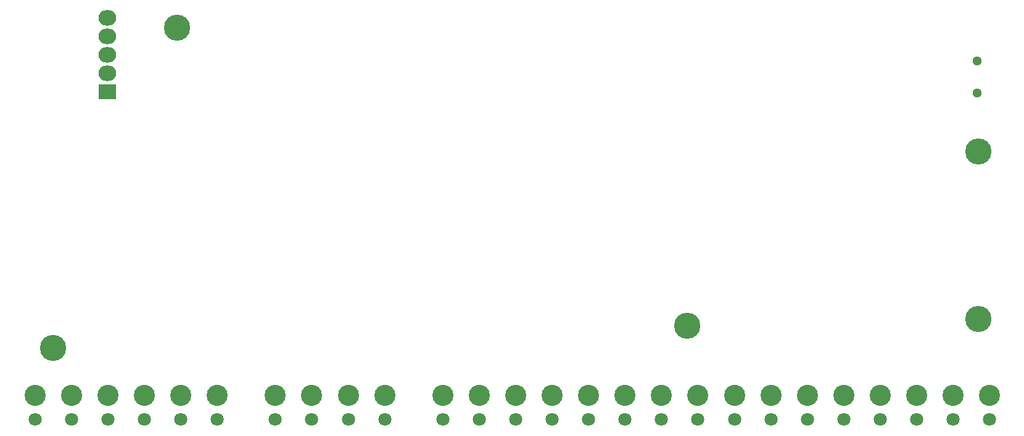
<source format=gbs>
G04 #@! TF.FileFunction,Soldermask,Bot*
%FSLAX46Y46*%
G04 Gerber Fmt 4.6, Leading zero omitted, Abs format (unit mm)*
G04 Created by KiCad (PCBNEW 4.0.2+dfsg1-stable) date Sun 11 Sep 2016 08:44:01 PM CDT*
%MOMM*%
G01*
G04 APERTURE LIST*
%ADD10C,0.100000*%
%ADD11C,3.600000*%
%ADD12C,1.299160*%
%ADD13R,2.432000X2.127200*%
%ADD14O,2.432000X2.127200*%
%ADD15C,1.800000*%
%ADD16C,2.900000*%
G04 APERTURE END LIST*
D10*
D11*
X173000000Y-89000000D03*
X86000000Y-92000000D03*
X103000000Y-48000000D03*
X213000000Y-65000000D03*
D12*
X212800000Y-56999280D03*
X212800000Y-52600000D03*
D13*
X93400000Y-56820000D03*
D14*
X93400000Y-54280000D03*
X93400000Y-51740000D03*
X93400000Y-49200000D03*
X93400000Y-46660000D03*
D15*
X179500000Y-101800000D03*
D16*
X184500000Y-98500000D03*
X189500000Y-98500000D03*
X194500000Y-98500000D03*
X199500000Y-98500000D03*
X204500000Y-98500000D03*
X209500000Y-98500000D03*
X214500000Y-98500000D03*
X179500000Y-98500000D03*
D15*
X184500000Y-101800000D03*
X189500000Y-101800000D03*
X194500000Y-101800000D03*
X199500000Y-101800000D03*
X204500000Y-101800000D03*
X209500000Y-101800000D03*
X214500000Y-101800000D03*
X139500000Y-101800000D03*
D16*
X144500000Y-98500000D03*
X149500000Y-98500000D03*
X154500000Y-98500000D03*
X159500000Y-98500000D03*
X164500000Y-98500000D03*
X169500000Y-98500000D03*
X174500000Y-98500000D03*
X139500000Y-98500000D03*
D15*
X144500000Y-101800000D03*
X149500000Y-101800000D03*
X154500000Y-101800000D03*
X159500000Y-101800000D03*
X164500000Y-101800000D03*
X169500000Y-101800000D03*
X174500000Y-101800000D03*
X116500000Y-101800000D03*
D16*
X121500000Y-98500000D03*
X116500000Y-98500000D03*
D15*
X121500000Y-101800000D03*
X126500000Y-101800000D03*
D16*
X131500000Y-98500000D03*
X126500000Y-98500000D03*
D15*
X131500000Y-101800000D03*
X83500000Y-101800000D03*
D16*
X88500000Y-98500000D03*
X83500000Y-98500000D03*
D15*
X88500000Y-101800000D03*
X93500000Y-101800000D03*
D16*
X98500000Y-98500000D03*
X93500000Y-98500000D03*
D15*
X98500000Y-101800000D03*
X103500000Y-101800000D03*
D16*
X108500000Y-98500000D03*
X103500000Y-98500000D03*
D15*
X108500000Y-101800000D03*
D11*
X213000000Y-88000000D03*
M02*

</source>
